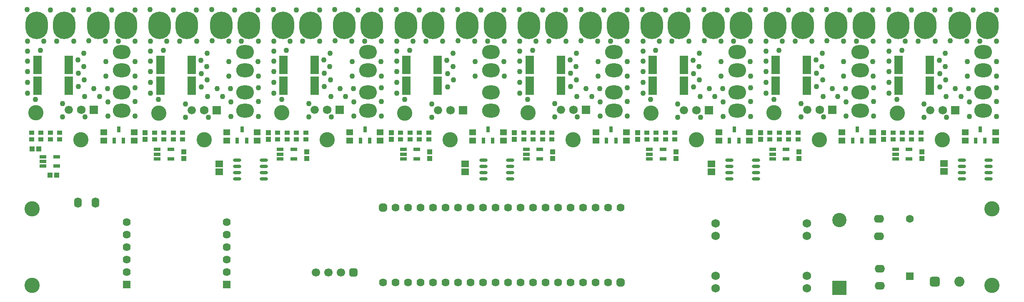
<source format=gbs>
G04*
G04 #@! TF.GenerationSoftware,Altium Limited,Altium Designer,21.2.2 (38)*
G04*
G04 Layer_Color=16711935*
%FSLAX25Y25*%
%MOIN*%
G70*
G04*
G04 #@! TF.SameCoordinates,CC4574EB-D44E-4940-9A72-5AA28DA6A015*
G04*
G04*
G04 #@! TF.FilePolarity,Negative*
G04*
G01*
G75*
%ADD21R,0.04331X0.03937*%
%ADD22R,0.05906X0.05512*%
%ADD24R,0.04134X0.03740*%
%ADD29R,0.05709X0.04921*%
%ADD32R,0.03937X0.04331*%
%ADD33O,0.18110X0.22047*%
%ADD34C,0.06394*%
%ADD35R,0.06394X0.06394*%
%ADD36C,0.06299*%
%ADD37R,0.06299X0.06299*%
%ADD38O,0.08268X0.06299*%
%ADD39O,0.06299X0.08268*%
%ADD40C,0.06693*%
G04:AMPARAMS|DCode=41|XSize=66.93mil|YSize=66.93mil|CornerRadius=17.72mil|HoleSize=0mil|Usage=FLASHONLY|Rotation=180.000|XOffset=0mil|YOffset=0mil|HoleType=Round|Shape=RoundedRectangle|*
%AMROUNDEDRECTD41*
21,1,0.06693,0.03150,0,0,180.0*
21,1,0.03150,0.06693,0,0,180.0*
1,1,0.03543,-0.01575,0.01575*
1,1,0.03543,0.01575,0.01575*
1,1,0.03543,0.01575,-0.01575*
1,1,0.03543,-0.01575,-0.01575*
%
%ADD41ROUNDEDRECTD41*%
%ADD42O,0.14173X0.11024*%
%ADD43R,0.06894X0.06894*%
%ADD44C,0.06894*%
%ADD45C,0.06594*%
%ADD46C,0.06378*%
G04:AMPARAMS|DCode=47|XSize=63.78mil|YSize=63.78mil|CornerRadius=16.93mil|HoleSize=0mil|Usage=FLASHONLY|Rotation=0.000|XOffset=0mil|YOffset=0mil|HoleType=Round|Shape=RoundedRectangle|*
%AMROUNDEDRECTD47*
21,1,0.06378,0.02992,0,0,0.0*
21,1,0.02992,0.06378,0,0,0.0*
1,1,0.03386,0.01496,-0.01496*
1,1,0.03386,-0.01496,-0.01496*
1,1,0.03386,-0.01496,0.01496*
1,1,0.03386,0.01496,0.01496*
%
%ADD47ROUNDEDRECTD47*%
%ADD48C,0.11417*%
%ADD49R,0.11417X0.11417*%
G04:AMPARAMS|DCode=50|XSize=80.71mil|YSize=80.71mil|CornerRadius=21.16mil|HoleSize=0mil|Usage=FLASHONLY|Rotation=0.000|XOffset=0mil|YOffset=0mil|HoleType=Round|Shape=RoundedRectangle|*
%AMROUNDEDRECTD50*
21,1,0.08071,0.03839,0,0,0.0*
21,1,0.03839,0.08071,0,0,0.0*
1,1,0.04232,0.01919,-0.01919*
1,1,0.04232,-0.01919,-0.01919*
1,1,0.04232,-0.01919,0.01919*
1,1,0.04232,0.01919,0.01919*
%
%ADD50ROUNDEDRECTD50*%
%ADD51C,0.08071*%
%ADD52C,0.06890*%
%ADD53C,0.12205*%
%ADD54C,0.04331*%
%ADD108R,0.05594X0.02594*%
%ADD109R,0.02756X0.04921*%
G04:AMPARAMS|DCode=110|XSize=64.96mil|YSize=27.56mil|CornerRadius=13.78mil|HoleSize=0mil|Usage=FLASHONLY|Rotation=180.000|XOffset=0mil|YOffset=0mil|HoleType=Round|Shape=RoundedRectangle|*
%AMROUNDEDRECTD110*
21,1,0.06496,0.00000,0,0,180.0*
21,1,0.03740,0.02756,0,0,180.0*
1,1,0.02756,-0.01870,0.00000*
1,1,0.02756,0.01870,0.00000*
1,1,0.02756,0.01870,0.00000*
1,1,0.02756,-0.01870,0.00000*
%
%ADD110ROUNDEDRECTD110*%
%ADD111R,0.06693X0.14764*%
D21*
X102362Y134153D02*
D03*
Y128839D02*
D03*
X133071Y118799D02*
D03*
Y113484D02*
D03*
X397638Y134153D02*
D03*
Y128839D02*
D03*
X594488Y134153D02*
D03*
Y128839D02*
D03*
X496063D02*
D03*
Y134153D02*
D03*
X428346Y118799D02*
D03*
Y113484D02*
D03*
X692913Y134153D02*
D03*
Y128839D02*
D03*
X625197Y118799D02*
D03*
Y113484D02*
D03*
X723622Y118799D02*
D03*
Y113484D02*
D03*
X329921Y118799D02*
D03*
Y113484D02*
D03*
X526772Y118799D02*
D03*
Y113484D02*
D03*
X231496Y118799D02*
D03*
Y113484D02*
D03*
X200787Y128839D02*
D03*
Y134153D02*
D03*
X299213Y128839D02*
D03*
Y134153D02*
D03*
D22*
X161417Y102756D02*
D03*
Y109055D02*
D03*
X741339Y109449D02*
D03*
Y103150D02*
D03*
X358268Y109055D02*
D03*
Y102756D02*
D03*
X555118Y109055D02*
D03*
Y102756D02*
D03*
D24*
X109843Y134055D02*
D03*
Y128937D02*
D03*
X117323D02*
D03*
Y134055D02*
D03*
X124803Y128937D02*
D03*
Y134055D02*
D03*
X132283D02*
D03*
Y128937D02*
D03*
X405118Y128937D02*
D03*
Y134055D02*
D03*
X624409Y134055D02*
D03*
Y128937D02*
D03*
X427559Y134055D02*
D03*
Y128937D02*
D03*
X715354Y134055D02*
D03*
Y128937D02*
D03*
X700394Y134055D02*
D03*
Y128937D02*
D03*
X420079Y134055D02*
D03*
Y128937D02*
D03*
X412599Y134055D02*
D03*
Y128937D02*
D03*
X722835Y134055D02*
D03*
Y128937D02*
D03*
X503543Y128937D02*
D03*
Y134055D02*
D03*
X707874Y134055D02*
D03*
Y128937D02*
D03*
X511024Y134055D02*
D03*
Y128937D02*
D03*
X525984Y134055D02*
D03*
Y128937D02*
D03*
X518504Y134055D02*
D03*
Y128937D02*
D03*
X215748Y134055D02*
D03*
Y128937D02*
D03*
X223228Y134055D02*
D03*
Y128937D02*
D03*
X208268Y134055D02*
D03*
Y128937D02*
D03*
X616929Y134055D02*
D03*
Y128937D02*
D03*
X601968Y134055D02*
D03*
Y128937D02*
D03*
X609449Y134055D02*
D03*
Y128937D02*
D03*
X26378Y134055D02*
D03*
Y128937D02*
D03*
X18898Y134055D02*
D03*
Y128937D02*
D03*
X33858Y128937D02*
D03*
Y134055D02*
D03*
X11417Y128937D02*
D03*
Y134055D02*
D03*
X321654Y134055D02*
D03*
Y128937D02*
D03*
X314173Y134055D02*
D03*
Y128937D02*
D03*
X329134Y134055D02*
D03*
Y128937D02*
D03*
X230709Y134055D02*
D03*
Y128937D02*
D03*
X306693Y128937D02*
D03*
Y134055D02*
D03*
D29*
X93504Y134547D02*
D03*
Y127657D02*
D03*
X69094Y134547D02*
D03*
Y127657D02*
D03*
X561220Y127657D02*
D03*
Y134547D02*
D03*
X782480Y127657D02*
D03*
Y134547D02*
D03*
X659646Y127657D02*
D03*
Y134547D02*
D03*
X758071Y127657D02*
D03*
Y134547D02*
D03*
X462795Y127657D02*
D03*
Y134547D02*
D03*
X684055Y127657D02*
D03*
Y134547D02*
D03*
X487205Y127657D02*
D03*
Y134547D02*
D03*
X585630Y127657D02*
D03*
Y134547D02*
D03*
X191929Y127657D02*
D03*
Y134547D02*
D03*
X167520Y127657D02*
D03*
Y134547D02*
D03*
X388779Y127657D02*
D03*
Y134547D02*
D03*
X290354D02*
D03*
Y127657D02*
D03*
X265945D02*
D03*
Y134547D02*
D03*
X364370Y127657D02*
D03*
Y134547D02*
D03*
D32*
X31398Y100197D02*
D03*
X26083D02*
D03*
X17224Y121260D02*
D03*
X11909D02*
D03*
D33*
X677362Y220079D02*
D03*
X753740Y220079D02*
D03*
X360039D02*
D03*
X556890D02*
D03*
X261614D02*
D03*
X507677D02*
D03*
X578937D02*
D03*
X310827D02*
D03*
X332480D02*
D03*
X234449D02*
D03*
X431299D02*
D03*
X212402D02*
D03*
X480512D02*
D03*
X283662D02*
D03*
X409252D02*
D03*
X529331D02*
D03*
X775787D02*
D03*
X458465D02*
D03*
X37598D02*
D03*
X726181D02*
D03*
X606103D02*
D03*
X654921D02*
D03*
X704528D02*
D03*
X185236D02*
D03*
X628150D02*
D03*
X163189D02*
D03*
X15551D02*
D03*
X86811D02*
D03*
X64764D02*
D03*
X135630D02*
D03*
X113976D02*
D03*
X382087D02*
D03*
D34*
X87559Y62401D02*
D03*
Y52402D02*
D03*
Y42401D02*
D03*
Y32401D02*
D03*
Y22401D02*
D03*
X167559Y62401D02*
D03*
Y52402D02*
D03*
Y42401D02*
D03*
Y32401D02*
D03*
Y22401D02*
D03*
D35*
X87559Y12402D02*
D03*
X167559D02*
D03*
D36*
X713779Y65059D02*
D03*
D37*
Y19193D02*
D03*
D38*
X689764Y11417D02*
D03*
Y25197D02*
D03*
X689370Y64961D02*
D03*
Y51181D02*
D03*
D39*
X48622Y77953D02*
D03*
X62402D02*
D03*
D40*
X258819Y22047D02*
D03*
X248819D02*
D03*
X238819D02*
D03*
D41*
X268819D02*
D03*
D42*
X575787Y184055D02*
D03*
Y166339D02*
D03*
Y198622D02*
D03*
Y151772D02*
D03*
X378937Y184055D02*
D03*
Y166339D02*
D03*
Y198622D02*
D03*
Y151772D02*
D03*
X280512Y184055D02*
D03*
Y166339D02*
D03*
Y198622D02*
D03*
Y151772D02*
D03*
X477362Y184055D02*
D03*
Y166339D02*
D03*
Y198622D02*
D03*
Y151772D02*
D03*
X772638Y184055D02*
D03*
Y166339D02*
D03*
Y198622D02*
D03*
Y151772D02*
D03*
X674213Y184055D02*
D03*
Y166339D02*
D03*
Y198622D02*
D03*
Y151772D02*
D03*
X182087Y184055D02*
D03*
Y198622D02*
D03*
Y166339D02*
D03*
Y151772D02*
D03*
X83662Y198622D02*
D03*
Y184055D02*
D03*
Y166339D02*
D03*
Y151772D02*
D03*
D43*
X454882Y152362D02*
D03*
X258031D02*
D03*
X356457Y152165D02*
D03*
X553307D02*
D03*
X750157D02*
D03*
X651732Y152362D02*
D03*
X61181D02*
D03*
X159606Y152165D02*
D03*
D44*
X444882Y152362D02*
D03*
X248031D02*
D03*
X346457Y152165D02*
D03*
X543307D02*
D03*
X740157D02*
D03*
X641732Y152362D02*
D03*
X51181D02*
D03*
X149606Y152165D02*
D03*
D45*
X434882Y152362D02*
D03*
X238031D02*
D03*
X336457Y152165D02*
D03*
X533307D02*
D03*
X730157D02*
D03*
X631732Y152362D02*
D03*
X41181D02*
D03*
X139606Y152165D02*
D03*
D46*
X452520Y74016D02*
D03*
X442520D02*
D03*
X402520D02*
D03*
X382520D02*
D03*
X352520D02*
D03*
X312520D02*
D03*
X302520D02*
D03*
X322520D02*
D03*
X332520D02*
D03*
X342520D02*
D03*
X362520D02*
D03*
X372520D02*
D03*
X392520D02*
D03*
X412520D02*
D03*
X422520D02*
D03*
X432520D02*
D03*
X462520D02*
D03*
X472520D02*
D03*
X482520D02*
D03*
X322441Y14095D02*
D03*
X332441D02*
D03*
X372441D02*
D03*
X392441D02*
D03*
X422441D02*
D03*
X462441D02*
D03*
X472441D02*
D03*
X452441D02*
D03*
X442441D02*
D03*
X432441D02*
D03*
X412441D02*
D03*
X402441D02*
D03*
X382441D02*
D03*
X362441D02*
D03*
X352441D02*
D03*
X342441D02*
D03*
X312441D02*
D03*
X302441D02*
D03*
X292441D02*
D03*
D47*
X292520Y74016D02*
D03*
X482441Y14095D02*
D03*
D48*
X657480Y64095D02*
D03*
D49*
Y9921D02*
D03*
D50*
X733858Y14764D02*
D03*
D51*
X753543D02*
D03*
D52*
X558496Y51575D02*
D03*
Y19575D02*
D03*
Y9575D02*
D03*
Y61575D02*
D03*
X631496Y51575D02*
D03*
Y61575D02*
D03*
Y19575D02*
D03*
Y9575D02*
D03*
D53*
X11811Y11811D02*
D03*
X779528D02*
D03*
X11811Y73228D02*
D03*
X779528D02*
D03*
X739961Y128347D02*
D03*
X641536Y128543D02*
D03*
X543110Y128347D02*
D03*
X444685Y128543D02*
D03*
X346260Y128347D02*
D03*
X247835Y128543D02*
D03*
X149409Y128347D02*
D03*
X50984D02*
D03*
X703740Y149803D02*
D03*
X605315Y150000D02*
D03*
X506890Y149803D02*
D03*
X408465Y150000D02*
D03*
X310039Y149803D02*
D03*
X211614Y150000D02*
D03*
X113189Y149803D02*
D03*
X14764Y150000D02*
D03*
D54*
X57087Y232677D02*
D03*
X272441Y232283D02*
D03*
X75591D02*
D03*
X94094D02*
D03*
X241732D02*
D03*
X204724Y232677D02*
D03*
X223228Y232283D02*
D03*
X143307D02*
D03*
X106299Y232677D02*
D03*
X124803Y232283D02*
D03*
X253937Y232677D02*
D03*
X290945Y232283D02*
D03*
X155512Y232677D02*
D03*
X174016Y232283D02*
D03*
X192520D02*
D03*
X450787Y232677D02*
D03*
X487795Y232283D02*
D03*
X44882D02*
D03*
X7874Y232677D02*
D03*
X26378Y232283D02*
D03*
X469291D02*
D03*
X715354D02*
D03*
X684252D02*
D03*
X733858D02*
D03*
X696850Y232677D02*
D03*
X746063D02*
D03*
X764567Y232283D02*
D03*
X783071D02*
D03*
X647244Y232677D02*
D03*
X665748Y232283D02*
D03*
X635433D02*
D03*
X616929D02*
D03*
X598425Y232677D02*
D03*
X537008Y232283D02*
D03*
X518504D02*
D03*
X549213Y232677D02*
D03*
X567717Y232283D02*
D03*
X586220D02*
D03*
X500000Y232677D02*
D03*
X352362D02*
D03*
X370866Y232283D02*
D03*
X389370D02*
D03*
X438583D02*
D03*
X401575Y232677D02*
D03*
X420079Y232283D02*
D03*
X303150Y232677D02*
D03*
X340157Y232283D02*
D03*
X321654D02*
D03*
X48819Y171063D02*
D03*
X53347Y197835D02*
D03*
X48819Y181693D02*
D03*
X53150Y187205D02*
D03*
X48425Y192323D02*
D03*
X36220Y146654D02*
D03*
Y157284D02*
D03*
X53543Y176575D02*
D03*
X147244Y170866D02*
D03*
X151772Y197638D02*
D03*
X147244Y181496D02*
D03*
X151575Y187008D02*
D03*
X146850Y192126D02*
D03*
X134646Y146457D02*
D03*
Y157087D02*
D03*
X151969Y176378D02*
D03*
X245669Y171063D02*
D03*
X250197Y197835D02*
D03*
X245669Y181693D02*
D03*
X250000Y187205D02*
D03*
X245276Y192323D02*
D03*
X233071Y146654D02*
D03*
Y157284D02*
D03*
X250394Y176575D02*
D03*
X344094Y170866D02*
D03*
X348622Y197638D02*
D03*
X344094Y181496D02*
D03*
X348425Y187008D02*
D03*
X343701Y192126D02*
D03*
X331496Y146457D02*
D03*
Y157087D02*
D03*
X348819Y176378D02*
D03*
X442520Y171063D02*
D03*
X447047Y197835D02*
D03*
X442520Y181693D02*
D03*
X446850Y187205D02*
D03*
X442126Y192323D02*
D03*
X429921Y146654D02*
D03*
Y157284D02*
D03*
X447244Y176575D02*
D03*
X540945Y170866D02*
D03*
X545472Y197638D02*
D03*
X540945Y181496D02*
D03*
X545276Y187008D02*
D03*
X540551Y192126D02*
D03*
X528346Y146457D02*
D03*
Y157087D02*
D03*
X545669Y176378D02*
D03*
X639370Y171063D02*
D03*
X643898Y197835D02*
D03*
X639370Y181693D02*
D03*
X643701Y187205D02*
D03*
X638976Y192323D02*
D03*
X626772Y146654D02*
D03*
Y157284D02*
D03*
X644095Y176575D02*
D03*
X598819Y183071D02*
D03*
Y174409D02*
D03*
Y165748D02*
D03*
X605118Y160630D02*
D03*
X598819Y191339D02*
D03*
Y199606D02*
D03*
X611811Y207283D02*
D03*
X622047D02*
D03*
X609055Y200000D02*
D03*
X598819Y207283D02*
D03*
X635630D02*
D03*
X8268Y183071D02*
D03*
Y174409D02*
D03*
Y165748D02*
D03*
X14567Y160630D02*
D03*
X8268Y191339D02*
D03*
Y199606D02*
D03*
X21260Y207283D02*
D03*
X31496D02*
D03*
X18504Y200000D02*
D03*
X8268Y207283D02*
D03*
X45079D02*
D03*
X106693Y183071D02*
D03*
Y174409D02*
D03*
Y165748D02*
D03*
X112992Y160630D02*
D03*
X106693Y191339D02*
D03*
Y199606D02*
D03*
X119685Y207283D02*
D03*
X129921D02*
D03*
X116929Y200000D02*
D03*
X106693Y207283D02*
D03*
X143504D02*
D03*
X205118Y183071D02*
D03*
Y174409D02*
D03*
Y165748D02*
D03*
X211417Y160630D02*
D03*
X205118Y191339D02*
D03*
Y199606D02*
D03*
X218110Y207283D02*
D03*
X228346D02*
D03*
X215354Y200000D02*
D03*
X205118Y207283D02*
D03*
X241929D02*
D03*
X303543Y183071D02*
D03*
Y174409D02*
D03*
Y165748D02*
D03*
X309842Y160630D02*
D03*
X303543Y191339D02*
D03*
Y199606D02*
D03*
X316535Y207283D02*
D03*
X326772D02*
D03*
X313779Y200000D02*
D03*
X303543Y207283D02*
D03*
X340354D02*
D03*
X401968Y183071D02*
D03*
Y174409D02*
D03*
Y165748D02*
D03*
X408268Y160630D02*
D03*
X401968Y191339D02*
D03*
Y199606D02*
D03*
X414961Y207283D02*
D03*
X425197D02*
D03*
X412205Y200000D02*
D03*
X401968Y207283D02*
D03*
X438779D02*
D03*
X500394Y183071D02*
D03*
Y174409D02*
D03*
Y165748D02*
D03*
X506693Y160630D02*
D03*
X500394Y191339D02*
D03*
Y199606D02*
D03*
X513386Y207283D02*
D03*
X523622D02*
D03*
X510630Y200000D02*
D03*
X500394Y207283D02*
D03*
X537205D02*
D03*
X72047Y169488D02*
D03*
X94291Y147441D02*
D03*
X53937Y163189D02*
D03*
X54331Y146654D02*
D03*
X94291Y159252D02*
D03*
Y170276D02*
D03*
X65748Y163189D02*
D03*
X72441Y147441D02*
D03*
Y158858D02*
D03*
X61319Y169587D02*
D03*
X170472Y169291D02*
D03*
X192717Y147244D02*
D03*
X152362Y162992D02*
D03*
X152756Y146457D02*
D03*
X192717Y159055D02*
D03*
Y170079D02*
D03*
X164173Y162992D02*
D03*
X170866Y147244D02*
D03*
Y158661D02*
D03*
X159744Y169390D02*
D03*
X268898Y169488D02*
D03*
X291142Y147441D02*
D03*
X250787Y163189D02*
D03*
X251181Y146654D02*
D03*
X291142Y159252D02*
D03*
Y170276D02*
D03*
X262598Y163189D02*
D03*
X269291Y147441D02*
D03*
Y158858D02*
D03*
X258169Y169587D02*
D03*
X465748Y169488D02*
D03*
X487992Y147441D02*
D03*
X447638Y163189D02*
D03*
X448032Y146654D02*
D03*
X487992Y159252D02*
D03*
Y170276D02*
D03*
X459449Y163189D02*
D03*
X466142Y147441D02*
D03*
Y158858D02*
D03*
X455020Y169587D02*
D03*
X564173Y169291D02*
D03*
X586417Y147244D02*
D03*
X546063Y162992D02*
D03*
X546457Y146457D02*
D03*
X586417Y159055D02*
D03*
Y170079D02*
D03*
X557874Y162992D02*
D03*
X564567Y147244D02*
D03*
Y158661D02*
D03*
X553445Y169390D02*
D03*
X662598Y169488D02*
D03*
X684843Y147441D02*
D03*
X644488Y163189D02*
D03*
X644882Y146654D02*
D03*
X684843Y159252D02*
D03*
Y170276D02*
D03*
X656299Y163189D02*
D03*
X662992Y147441D02*
D03*
Y158858D02*
D03*
X651870Y169587D02*
D03*
X464567Y179528D02*
D03*
X464370Y207283D02*
D03*
X487992Y179331D02*
D03*
X487795Y191142D02*
D03*
X450984Y207677D02*
D03*
X474606Y207283D02*
D03*
X487992D02*
D03*
X464567Y191142D02*
D03*
X70866D02*
D03*
X94291Y207283D02*
D03*
X80905D02*
D03*
X57284Y207677D02*
D03*
X94095Y191142D02*
D03*
X94291Y179331D02*
D03*
X70669Y207283D02*
D03*
X70866Y179528D02*
D03*
X169291Y191142D02*
D03*
X192717Y207283D02*
D03*
X179331D02*
D03*
X155709Y207677D02*
D03*
X192520Y191142D02*
D03*
X192717Y179331D02*
D03*
X169095Y207283D02*
D03*
X169291Y179528D02*
D03*
X267717Y191142D02*
D03*
X291142Y207283D02*
D03*
X277756D02*
D03*
X254134Y207677D02*
D03*
X290945Y191142D02*
D03*
X291142Y179331D02*
D03*
X267520Y207283D02*
D03*
X267717Y179528D02*
D03*
X366142Y191142D02*
D03*
X389567Y207283D02*
D03*
X376181D02*
D03*
X352559Y207677D02*
D03*
X389370Y191142D02*
D03*
X389567Y179331D02*
D03*
X365945Y207283D02*
D03*
X366142Y179528D02*
D03*
X562992Y191142D02*
D03*
X586417Y207283D02*
D03*
X573032D02*
D03*
X549409Y207677D02*
D03*
X586221Y191142D02*
D03*
X586417Y179331D02*
D03*
X562795Y207283D02*
D03*
X562992Y179528D02*
D03*
X661024Y191142D02*
D03*
X684449Y207283D02*
D03*
X671063D02*
D03*
X647441Y207677D02*
D03*
X684252Y191142D02*
D03*
X684449Y179331D02*
D03*
X660827Y207283D02*
D03*
X661024Y179528D02*
D03*
X750295Y169390D02*
D03*
X761417Y158661D02*
D03*
Y147244D02*
D03*
X754724Y162992D02*
D03*
X783268Y170079D02*
D03*
Y159055D02*
D03*
X743307Y146457D02*
D03*
X742913Y162992D02*
D03*
X783268Y147244D02*
D03*
X761024Y169291D02*
D03*
X759842Y179528D02*
D03*
X759646Y207283D02*
D03*
X783268Y179331D02*
D03*
X783071Y191142D02*
D03*
X746260Y207677D02*
D03*
X769882Y207283D02*
D03*
X783268D02*
D03*
X759842Y191142D02*
D03*
X742520Y176378D02*
D03*
X725197Y157087D02*
D03*
Y146457D02*
D03*
X737402Y192126D02*
D03*
X742126Y187008D02*
D03*
X737795Y181496D02*
D03*
X742323Y197638D02*
D03*
X737795Y170866D02*
D03*
X734055Y207283D02*
D03*
X697244D02*
D03*
X707480Y200000D02*
D03*
X720472Y207283D02*
D03*
X710236D02*
D03*
X697244Y199606D02*
D03*
Y191339D02*
D03*
X703543Y160630D02*
D03*
X697244Y165748D02*
D03*
Y174409D02*
D03*
Y183071D02*
D03*
D108*
X31384Y114724D02*
D03*
X20584Y107324D02*
D03*
Y114724D02*
D03*
X31384Y107324D02*
D03*
X20584Y111024D02*
D03*
X210348Y113229D02*
D03*
Y116929D02*
D03*
Y120629D02*
D03*
X221148D02*
D03*
Y113229D02*
D03*
X122723Y120629D02*
D03*
X111923Y113229D02*
D03*
Y120629D02*
D03*
X122723Y113229D02*
D03*
X111923Y116929D02*
D03*
X505624Y113229D02*
D03*
Y116929D02*
D03*
Y120629D02*
D03*
X516424D02*
D03*
Y113229D02*
D03*
X417998D02*
D03*
Y120629D02*
D03*
X407198D02*
D03*
Y116929D02*
D03*
Y113229D02*
D03*
X713274Y113229D02*
D03*
Y120629D02*
D03*
X702474D02*
D03*
Y116929D02*
D03*
Y113229D02*
D03*
X614849D02*
D03*
Y120629D02*
D03*
X604049D02*
D03*
Y116929D02*
D03*
Y113229D02*
D03*
X319573Y113229D02*
D03*
Y120629D02*
D03*
X308773D02*
D03*
Y116929D02*
D03*
Y113229D02*
D03*
D109*
X77559Y127854D02*
D03*
X85039D02*
D03*
X81299Y136713D02*
D03*
X577165Y127854D02*
D03*
X569685D02*
D03*
X573425Y136713D02*
D03*
X774016Y127854D02*
D03*
X766536D02*
D03*
X770276Y136713D02*
D03*
X478740Y127854D02*
D03*
X471260D02*
D03*
X475000Y136713D02*
D03*
X671850D02*
D03*
X668110Y127854D02*
D03*
X675591D02*
D03*
X175984Y127854D02*
D03*
X183465D02*
D03*
X179724Y136713D02*
D03*
X380315Y127854D02*
D03*
X372835D02*
D03*
X376575Y136713D02*
D03*
X278150D02*
D03*
X274410Y127854D02*
D03*
X281890D02*
D03*
D110*
X175984Y112224D02*
D03*
Y102224D02*
D03*
X197244Y97224D02*
D03*
Y102224D02*
D03*
Y107224D02*
D03*
Y112224D02*
D03*
X175984Y97224D02*
D03*
Y107224D02*
D03*
X569685Y112224D02*
D03*
Y107224D02*
D03*
Y102224D02*
D03*
Y97224D02*
D03*
X590945D02*
D03*
Y102224D02*
D03*
Y107224D02*
D03*
Y112224D02*
D03*
X372835Y112224D02*
D03*
Y107225D02*
D03*
Y102225D02*
D03*
Y97224D02*
D03*
X394094D02*
D03*
Y102225D02*
D03*
Y112224D02*
D03*
Y107225D02*
D03*
X776772Y112224D02*
D03*
Y107225D02*
D03*
Y102225D02*
D03*
Y97224D02*
D03*
X755512D02*
D03*
Y102225D02*
D03*
Y107225D02*
D03*
Y112224D02*
D03*
D111*
X705020Y188583D02*
D03*
X730020D02*
D03*
X508169D02*
D03*
X533169D02*
D03*
X409744D02*
D03*
X434744D02*
D03*
X705020Y171850D02*
D03*
X730020D02*
D03*
X409744Y171851D02*
D03*
X434744D02*
D03*
X508169Y171850D02*
D03*
X533169D02*
D03*
X606594Y188583D02*
D03*
X631594D02*
D03*
X212894Y171851D02*
D03*
X237894D02*
D03*
X606594D02*
D03*
X631594D02*
D03*
X139469Y188583D02*
D03*
X114469D02*
D03*
X139469Y171850D02*
D03*
X114469D02*
D03*
X41043Y188583D02*
D03*
X16043D02*
D03*
X41043Y171851D02*
D03*
X16044D02*
D03*
X212894Y188583D02*
D03*
X237894D02*
D03*
X311319Y171850D02*
D03*
X336319D02*
D03*
X311319Y188583D02*
D03*
X336319D02*
D03*
M02*

</source>
